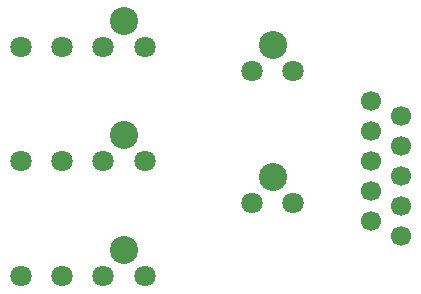
<source format=gbr>
G04 #@! TF.FileFunction,Soldermask,Top*
%FSLAX46Y46*%
G04 Gerber Fmt 4.6, Leading zero omitted, Abs format (unit mm)*
G04 Created by KiCad (PCBNEW 4.0.7-e2-6376~58~ubuntu16.04.1) date Mon Jan 22 14:14:19 2018*
%MOMM*%
%LPD*%
G01*
G04 APERTURE LIST*
%ADD10C,0.100000*%
%ADD11C,1.797000*%
%ADD12C,2.381000*%
%ADD13C,1.700000*%
G04 APERTURE END LIST*
D10*
D11*
X133195000Y-100457000D03*
X136695000Y-100457000D03*
D12*
X134945000Y-98227000D03*
D11*
X129695000Y-100457000D03*
X126195000Y-100457000D03*
D13*
X158369000Y-91948000D03*
X158369000Y-94488000D03*
X158369000Y-97028000D03*
X158369000Y-89408000D03*
X155829000Y-95758000D03*
X155829000Y-93218000D03*
X155829000Y-90678000D03*
X155829000Y-88138000D03*
X158369000Y-86868000D03*
X155829000Y-85598000D03*
D11*
X145796000Y-94234000D03*
X149296000Y-94234000D03*
D12*
X147546000Y-92004000D03*
D11*
X145796000Y-83058000D03*
X149296000Y-83058000D03*
D12*
X147546000Y-80828000D03*
D11*
X133195000Y-90678000D03*
X136695000Y-90678000D03*
D12*
X134945000Y-88448000D03*
D11*
X129695000Y-90678000D03*
X126195000Y-90678000D03*
X133195000Y-81026000D03*
X136695000Y-81026000D03*
D12*
X134945000Y-78796000D03*
D11*
X129695000Y-81026000D03*
X126195000Y-81026000D03*
M02*

</source>
